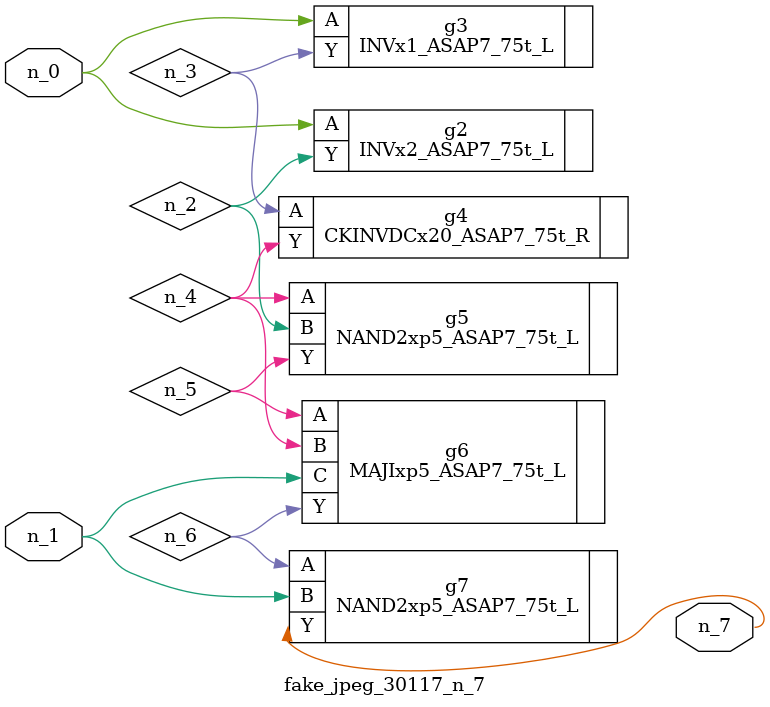
<source format=v>
module fake_jpeg_30117_n_7 (n_0, n_1, n_7);

input n_0;
input n_1;

output n_7;

wire n_2;
wire n_3;
wire n_4;
wire n_6;
wire n_5;

INVx2_ASAP7_75t_L g2 ( 
.A(n_0),
.Y(n_2)
);

INVx1_ASAP7_75t_L g3 ( 
.A(n_0),
.Y(n_3)
);

CKINVDCx20_ASAP7_75t_R g4 ( 
.A(n_3),
.Y(n_4)
);

NAND2xp5_ASAP7_75t_L g5 ( 
.A(n_4),
.B(n_2),
.Y(n_5)
);

MAJIxp5_ASAP7_75t_L g6 ( 
.A(n_5),
.B(n_4),
.C(n_1),
.Y(n_6)
);

NAND2xp5_ASAP7_75t_L g7 ( 
.A(n_6),
.B(n_1),
.Y(n_7)
);


endmodule
</source>
